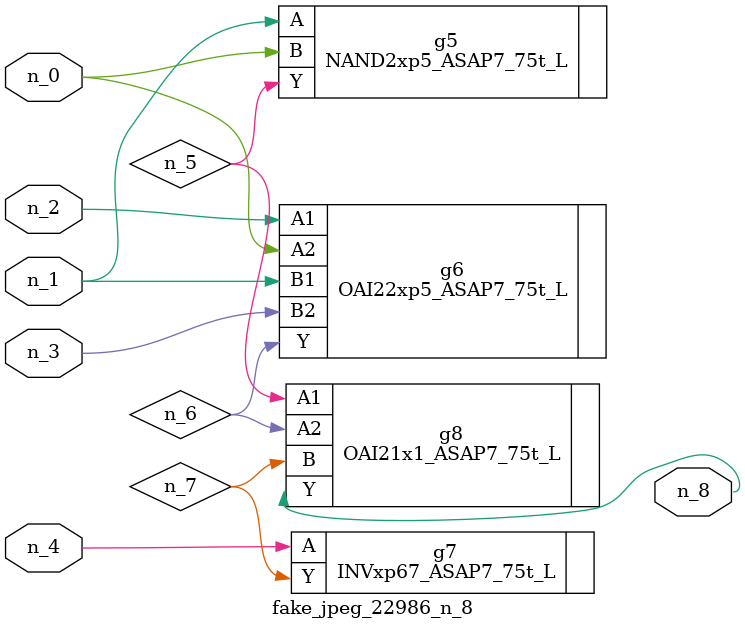
<source format=v>
module fake_jpeg_22986_n_8 (n_3, n_2, n_1, n_0, n_4, n_8);

input n_3;
input n_2;
input n_1;
input n_0;
input n_4;

output n_8;

wire n_6;
wire n_5;
wire n_7;

NAND2xp5_ASAP7_75t_L g5 ( 
.A(n_1),
.B(n_0),
.Y(n_5)
);

OAI22xp5_ASAP7_75t_L g6 ( 
.A1(n_2),
.A2(n_0),
.B1(n_1),
.B2(n_3),
.Y(n_6)
);

INVxp67_ASAP7_75t_L g7 ( 
.A(n_4),
.Y(n_7)
);

OAI21x1_ASAP7_75t_L g8 ( 
.A1(n_5),
.A2(n_6),
.B(n_7),
.Y(n_8)
);


endmodule
</source>
